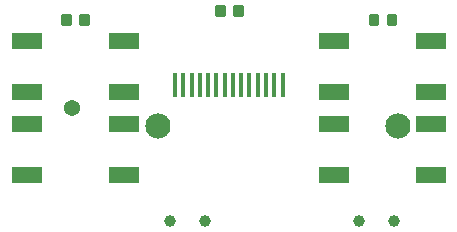
<source format=gbs>
G75*
%MOIN*%
%OFA0B0*%
%FSLAX25Y25*%
%IPPOS*%
%LPD*%
%AMOC8*
5,1,8,0,0,1.08239X$1,22.5*
%
%ADD10R,0.01778X0.08274*%
%ADD11C,0.00850*%
%ADD12R,0.10400X0.05400*%
%ADD13C,0.03943*%
%ADD14C,0.08400*%
%ADD15C,0.05400*%
D10*
X0058640Y0058876D03*
X0061396Y0058876D03*
X0064152Y0058876D03*
X0066907Y0058876D03*
X0069663Y0058876D03*
X0072419Y0058876D03*
X0075175Y0058876D03*
X0077931Y0058876D03*
X0080687Y0058876D03*
X0083443Y0058876D03*
X0086199Y0058876D03*
X0088955Y0058876D03*
X0091711Y0058876D03*
X0094467Y0058876D03*
D11*
X0123459Y0082015D02*
X0126009Y0082015D01*
X0126009Y0078965D01*
X0123459Y0078965D01*
X0123459Y0082015D01*
X0123459Y0079814D02*
X0126009Y0079814D01*
X0126009Y0080663D02*
X0123459Y0080663D01*
X0123459Y0081512D02*
X0126009Y0081512D01*
X0129459Y0082015D02*
X0132009Y0082015D01*
X0132009Y0078965D01*
X0129459Y0078965D01*
X0129459Y0082015D01*
X0129459Y0079814D02*
X0132009Y0079814D01*
X0132009Y0080663D02*
X0129459Y0080663D01*
X0129459Y0081512D02*
X0132009Y0081512D01*
X0080828Y0084968D02*
X0078278Y0084968D01*
X0080828Y0084968D02*
X0080828Y0081918D01*
X0078278Y0081918D01*
X0078278Y0084968D01*
X0078278Y0082767D02*
X0080828Y0082767D01*
X0080828Y0083616D02*
X0078278Y0083616D01*
X0078278Y0084465D02*
X0080828Y0084465D01*
X0074828Y0084968D02*
X0072278Y0084968D01*
X0074828Y0084968D02*
X0074828Y0081918D01*
X0072278Y0081918D01*
X0072278Y0084968D01*
X0072278Y0082767D02*
X0074828Y0082767D01*
X0074828Y0083616D02*
X0072278Y0083616D01*
X0072278Y0084465D02*
X0074828Y0084465D01*
X0029647Y0082015D02*
X0027097Y0082015D01*
X0029647Y0082015D02*
X0029647Y0078965D01*
X0027097Y0078965D01*
X0027097Y0082015D01*
X0027097Y0079814D02*
X0029647Y0079814D01*
X0029647Y0080663D02*
X0027097Y0080663D01*
X0027097Y0081512D02*
X0029647Y0081512D01*
X0023647Y0082015D02*
X0021097Y0082015D01*
X0023647Y0082015D02*
X0023647Y0078965D01*
X0021097Y0078965D01*
X0021097Y0082015D01*
X0021097Y0079814D02*
X0023647Y0079814D01*
X0023647Y0080663D02*
X0021097Y0080663D01*
X0021097Y0081512D02*
X0023647Y0081512D01*
D12*
X0009116Y0028683D03*
X0009116Y0045683D03*
X0009116Y0056242D03*
X0009116Y0073242D03*
X0041628Y0073242D03*
X0041628Y0056242D03*
X0041628Y0045683D03*
X0041628Y0028683D03*
X0111478Y0028683D03*
X0111478Y0045683D03*
X0111478Y0056242D03*
X0111478Y0073242D03*
X0143990Y0073242D03*
X0143990Y0056242D03*
X0143990Y0045683D03*
X0143990Y0028683D03*
D13*
X0131671Y0013561D03*
X0119860Y0013561D03*
X0068679Y0013561D03*
X0056868Y0013561D03*
D14*
X0052927Y0045057D03*
X0132927Y0045057D03*
D15*
X0024447Y0050994D03*
M02*

</source>
